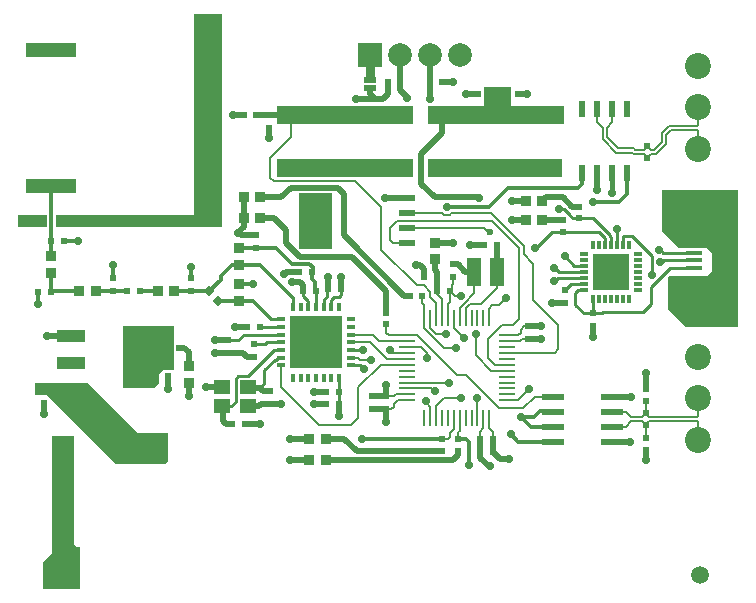
<source format=gtl>
G04*
G04 #@! TF.GenerationSoftware,Altium Limited,Altium Designer,19.1.8 (144)*
G04*
G04 Layer_Physical_Order=1*
G04 Layer_Color=255*
%FSLAX44Y44*%
%MOMM*%
G71*
G01*
G75*
%ADD10C,0.2500*%
%ADD12C,0.2000*%
%ADD17R,1.4620X0.2394*%
%ADD23R,1.9700X0.5680*%
%ADD25R,1.3970X1.1938*%
%ADD30R,0.2394X1.4620*%
%ADD36R,1.4620X0.5680*%
%ADD37R,1.2954X2.3876*%
%ADD42R,0.5680X1.4549*%
%ADD51R,4.2000X1.1500*%
%ADD52R,2.4000X3.3000*%
%ADD53R,2.4000X1.0000*%
%ADD54R,1.4000X0.4000*%
%ADD55R,0.8000X0.3000*%
%ADD56R,0.6000X0.6000*%
%ADD57R,2.1000X1.4000*%
%ADD58R,1.9000X1.7500*%
%ADD59R,1.9000X1.8000*%
%ADD60R,1.6000X2.1000*%
%ADD61R,1.0000X0.5000*%
%ADD62R,3.1500X3.1500*%
%ADD63R,0.3000X0.8000*%
%ADD64R,0.6000X0.6000*%
%ADD65R,0.8500X0.8500*%
%ADD66R,0.8500X0.8500*%
%ADD67R,4.4000X4.4000*%
%ADD68R,0.3000X0.7500*%
%ADD69R,0.7500X0.3000*%
%ADD70P,0.8485X4X270.0*%
%ADD71C,0.5000*%
%ADD72C,0.3500*%
%ADD73C,0.4000*%
%ADD74C,0.3000*%
%ADD75C,0.1500*%
%ADD76C,0.8000*%
%ADD77C,1.1000*%
%ADD78C,2.2000*%
%ADD79C,2.0000*%
%ADD80R,2.0000X2.0000*%
%ADD81C,1.5000*%
%ADD82R,1.5000X1.5000*%
%ADD83C,0.7000*%
%ADD84C,0.6000*%
G36*
X420000Y574000D02*
X464500D01*
Y558500D01*
X350000D01*
Y574000D01*
X397250D01*
Y590000D01*
X420000D01*
Y574000D01*
D02*
G37*
G36*
X337000Y558250D02*
X222000D01*
X222000Y573750D01*
X337000Y573750D01*
Y558250D01*
D02*
G37*
G36*
X463250Y513250D02*
X462750Y513750D01*
X350000D01*
Y529000D01*
X463250D01*
Y513250D01*
D02*
G37*
G36*
X337000D02*
X222000D01*
Y528750D01*
X337000D01*
Y513250D01*
D02*
G37*
G36*
X27181Y471500D02*
X2549D01*
Y481500D01*
X27181D01*
Y471500D01*
D02*
G37*
G36*
X175500Y631451D02*
Y471500D01*
X34319D01*
Y481500D01*
X151750D01*
Y631451D01*
Y651451D01*
X175500D01*
Y631451D01*
D02*
G37*
G36*
X268500Y499750D02*
Y452500D01*
X240750Y452500D01*
Y499750D01*
X268500Y499750D01*
D02*
G37*
G36*
X612500Y386250D02*
X568250D01*
X552500Y402000D01*
Y428750D01*
X553500Y429750D01*
X586000D01*
X590000Y433750D01*
X590000Y448750D01*
X585000Y453750D01*
X561250Y453750D01*
X547500Y467500D01*
Y502500D01*
X612500D01*
Y386250D01*
D02*
G37*
G36*
X134250Y350250D02*
X125500D01*
X121750Y346500D01*
Y339000D01*
X118000Y335250D01*
X91750D01*
Y387250D01*
X134250D01*
Y350250D01*
D02*
G37*
G36*
X104250Y296500D02*
X129250Y296500D01*
Y272750D01*
X126750Y270250D01*
X85750Y270250D01*
X47750Y308250D01*
X27000Y329000D01*
X16750D01*
Y339000D01*
X61750D01*
X104250Y296500D01*
D02*
G37*
G36*
X50000Y202500D02*
X52000Y200500D01*
X55000D01*
Y165250D01*
X55250Y165000D01*
X23750D01*
Y187750D01*
X31250Y195250D01*
Y294000D01*
X50000D01*
Y202500D01*
D02*
G37*
D10*
X574500Y449500D02*
X574500Y449500D01*
X549000Y449500D02*
X574500D01*
X547000Y451500D02*
X549000Y449500D01*
X545777Y441521D02*
X547228D01*
X547500Y441250D01*
X549250Y443000D01*
X575250D01*
X545500Y451500D02*
X547000D01*
X554796Y436500D02*
X575250D01*
X456250Y436250D02*
X457197D01*
X460447Y433000D02*
X481500D01*
X457197Y436250D02*
X460447Y433000D01*
X459947Y428000D02*
X481500D01*
X457197Y425250D02*
X459947Y428000D01*
X456250Y425250D02*
X457197D01*
X183250Y319500D02*
X186750Y323000D01*
X175750Y319500D02*
X183250D01*
X175500Y319750D02*
X175750Y319500D01*
X270500Y411750D02*
X274250D01*
X267750Y409000D02*
X270500Y411750D01*
X267750Y403250D02*
Y409000D01*
Y403250D02*
X267750Y403250D01*
X264500Y412750D02*
Y418250D01*
X261250Y409500D02*
X264500Y412750D01*
Y418250D02*
X265000Y418750D01*
X261250Y403250D02*
X261250Y403250D01*
X261250Y403250D02*
Y409500D01*
X538625Y420329D02*
X554796Y436500D01*
X538625Y405875D02*
Y420329D01*
X522346Y463250D02*
X539000Y446596D01*
Y430250D02*
Y446596D01*
X514500Y463000D02*
X514750Y463250D01*
X522346D01*
X471000Y423000D02*
X481500D01*
X465750Y417750D02*
X471000Y423000D01*
X489614Y478500D02*
X504000Y464114D01*
Y463053D02*
Y464114D01*
Y463053D02*
X504500Y462553D01*
X460500Y486500D02*
X464846D01*
X470173Y481173D01*
Y480577D02*
Y481173D01*
Y480577D02*
X472250Y478500D01*
X207250Y335250D02*
X211000Y339000D01*
Y349846D01*
X197355Y344969D02*
X219136Y366750D01*
X211000Y349846D02*
X219904Y358750D01*
X221000D01*
X222750Y360500D01*
X225000D01*
X219136Y366750D02*
X224750D01*
X225000Y367000D01*
X180750Y375500D02*
X189000D01*
X193500Y380000D01*
X189169Y344969D02*
X197355D01*
X186750Y323000D02*
Y342550D01*
X189169Y344969D01*
X235250Y403250D02*
Y411250D01*
X473500Y438000D02*
X481500D01*
X465250Y446250D02*
X473500Y438000D01*
X292500Y354000D02*
X295500Y351000D01*
X284500Y354000D02*
X292500D01*
X284500Y367000D02*
X295000D01*
X481500Y438000D02*
X481500Y438000D01*
X175500Y319750D02*
X176516D01*
X474250Y405500D02*
X481750Y398000D01*
X474250Y405500D02*
Y415500D01*
X476750Y418000D01*
X481500D01*
X504500Y456000D02*
Y462553D01*
X499500Y456000D02*
Y462250D01*
X494750Y467000D02*
X499500Y462250D01*
X477250Y478500D02*
X489614D01*
X463750Y467000D02*
X494750D01*
X504500Y456000D02*
X504500Y456000D01*
X440250Y453750D02*
X441500D01*
X454750Y467000D01*
X463750D01*
X514500Y456000D02*
Y463000D01*
X509500Y456000D02*
Y469750D01*
X472250Y478500D02*
X477250D01*
X497000Y398000D02*
X498000Y399000D01*
X489500Y398000D02*
X497000D01*
X498000Y399000D02*
X531750D01*
X538625Y405875D01*
X243500Y413000D02*
Y417250D01*
X243500Y417250D01*
X243500Y413000D02*
X248250Y408250D01*
Y403250D02*
Y408250D01*
X481250Y422750D02*
X481500Y423000D01*
X481750Y398000D02*
X489500D01*
Y410000D01*
X274250Y321000D02*
Y331750D01*
Y343750D01*
X276000Y413500D02*
Y418750D01*
X274250Y411750D02*
X276000Y413500D01*
X254500Y417250D02*
X254750Y417000D01*
Y403250D02*
Y417000D01*
X202000Y372000D02*
X212000D01*
X213500Y373500D01*
X225000D01*
X193500Y380000D02*
X225000D01*
X207500Y386500D02*
X225000D01*
X214500Y395500D02*
X217000Y393000D01*
X225000D01*
X189389Y408861D02*
X189501Y408749D01*
D12*
X369292Y482850D02*
X402665D01*
X368192Y481750D02*
X369292Y482850D01*
X362808Y481750D02*
X368192D01*
X361708Y482850D02*
X362808Y481750D01*
X332191Y482850D02*
X361708D01*
X402665D02*
X430750Y454765D01*
X460125Y367625D02*
Y387875D01*
X438750Y409250D02*
X460125Y387875D01*
X438750Y409250D02*
Y440000D01*
X351500Y309836D02*
Y319190D01*
X348000Y322690D02*
X351500Y319190D01*
X348000Y322690D02*
Y324043D01*
X351500Y309836D02*
X351500Y309836D01*
X332603Y338767D02*
X367768D01*
X331853Y339517D02*
X332603Y338767D01*
X225000Y335750D02*
Y354000D01*
X388975Y415283D02*
Y433500D01*
X379942Y406250D02*
X388975Y415283D01*
X379843Y406250D02*
X379942D01*
X376500Y402907D02*
X379843Y406250D01*
X376500Y394164D02*
Y402907D01*
X385599Y406250D02*
X394500D01*
X381599Y402250D02*
X385599Y406250D01*
X381500Y402250D02*
X381599D01*
X381500Y394164D02*
Y402250D01*
X440300Y327550D02*
X455862D01*
X430500Y317750D02*
X440300Y327550D01*
X409500Y317750D02*
X430500D01*
X400668Y466750D02*
X401750D01*
X397268Y470150D02*
X400668Y466750D01*
X332191Y470150D02*
X397268D01*
X354664Y332266D02*
X356017D01*
X352431Y334500D02*
X354664Y332266D01*
X331836Y334500D02*
X352431D01*
X390000Y362750D02*
Y380250D01*
Y362750D02*
X403250Y349500D01*
X290750Y360500D02*
X292500Y358750D01*
X301750D01*
X284500Y360500D02*
X290750D01*
X284500Y360500D02*
X284500Y360500D01*
X430750Y448000D02*
X438750Y440000D01*
X430750Y448000D02*
Y454765D01*
X219000Y510000D02*
X287750D01*
X216250Y512750D02*
X219000Y510000D01*
X216250Y512750D02*
Y529750D01*
X225000Y335750D02*
X257250Y303500D01*
X403250Y349500D02*
X416164D01*
X421500Y388250D02*
X426750Y393500D01*
X412164Y388250D02*
X421500D01*
X400250Y376336D02*
X412164Y388250D01*
X400250Y360500D02*
Y376336D01*
X410000Y404750D02*
X416000Y410750D01*
X400250Y360500D02*
X406250Y354500D01*
X416164D01*
X426750Y393500D02*
Y453108D01*
X403608Y476250D02*
X426750Y453108D01*
X323250Y476250D02*
X403608D01*
X429000Y376250D02*
X434500D01*
X427250Y374500D02*
X429000Y376250D01*
X416164Y374500D02*
X427250D01*
X340222Y421750D02*
X345993D01*
X310000Y451972D02*
X340222Y421750D01*
X310000Y451972D02*
Y487750D01*
X345993Y421750D02*
X351246Y416496D01*
Y412158D02*
Y416496D01*
Y412158D02*
X356500Y406904D01*
X361500Y394164D02*
Y410250D01*
X357250Y414500D02*
X361500Y410250D01*
X357250Y414500D02*
Y417000D01*
X308500Y374500D02*
X331836D01*
X303000Y380000D02*
X308500Y374500D01*
X284500Y380000D02*
X303000D01*
X314750Y359500D02*
X331836D01*
X300750Y373500D02*
X314750Y359500D01*
X284500Y373500D02*
X300750D01*
X340500Y379500D02*
X374500Y345500D01*
X381750D01*
X331836Y339500D02*
X331853Y339517D01*
X363000Y368750D02*
X373000D01*
X346500Y385250D02*
X363000Y368750D01*
X356407Y381000D02*
X365000D01*
X351500Y385907D02*
X356407Y381000D01*
X351500Y385907D02*
Y394164D01*
X371500Y385250D02*
X379750Y377000D01*
X371500Y385250D02*
Y394164D01*
X234000Y547500D02*
Y566000D01*
X216250Y529750D02*
X234000Y547500D01*
X287750Y510000D02*
X310000Y487750D01*
X370000Y422250D02*
X370500Y422750D01*
X370000Y418750D02*
Y422250D01*
X370500Y422750D02*
Y428750D01*
X368250Y417000D02*
X370000Y418750D01*
X368250Y408000D02*
Y417000D01*
X372309Y412941D02*
X376809D01*
X368250Y417000D02*
X372309Y412941D01*
X394500Y406250D02*
X408000Y419750D01*
Y433475D01*
X381500Y394164D02*
X381500Y394164D01*
X317500Y470500D02*
X323250Y476250D01*
X317500Y459750D02*
X319800Y457450D01*
X332191D01*
X317500Y459750D02*
Y470500D01*
X346500Y385250D02*
Y394164D01*
X348750Y360131D02*
Y364250D01*
X343500Y369500D02*
X348750Y364250D01*
X331836Y369500D02*
X343500D01*
X376500Y298750D02*
Y309836D01*
X375000Y297250D02*
X376500Y298750D01*
X375000Y291750D02*
Y297250D01*
X371500Y300250D02*
Y309836D01*
X368250Y297000D02*
X371500Y300250D01*
X401500Y301000D02*
X405000Y297500D01*
X401500Y301000D02*
Y309836D01*
X396500Y300750D02*
Y309836D01*
X393750Y298000D02*
X396500Y300750D01*
X393750Y292000D02*
Y298000D01*
X405000Y292250D02*
Y297500D01*
X363493Y326750D02*
X378000D01*
X391500Y309836D02*
Y326500D01*
X381750Y345500D02*
X409500Y317750D01*
X366500Y406250D02*
X368250Y408000D01*
X366500Y394164D02*
Y406250D01*
X356500Y394164D02*
Y406904D01*
X234000Y563750D02*
Y566000D01*
X404250Y404750D02*
X410000D01*
X331836Y379500D02*
X340500D01*
X290750Y309750D02*
Y335500D01*
X284500Y303500D02*
X290750Y309750D01*
X257250Y303500D02*
X284500D01*
X356646Y319903D02*
X363493Y326750D01*
X356646Y309982D02*
Y319903D01*
X401500Y402000D02*
X404250Y404750D01*
X401500Y394164D02*
Y402000D01*
X317250Y367000D02*
X319750Y364500D01*
X290750Y335500D02*
X309750Y354500D01*
X331836D01*
X416164Y364500D02*
X457000D01*
X460125Y367625D01*
X425750Y379500D02*
X428000Y381750D01*
X416164Y379500D02*
X425750D01*
Y324500D02*
X435250Y334000D01*
X416164Y324500D02*
X425750D01*
X316500Y379500D02*
X331836D01*
X346500Y394164D02*
X346500Y394164D01*
Y405000D01*
X371500Y394164D02*
X371500Y394164D01*
X356500Y309836D02*
X356646Y309982D01*
X344500Y407000D02*
X346500Y405000D01*
X319750Y364500D02*
X331836D01*
X344500Y407000D02*
Y413000D01*
X344500Y413000D02*
X344500Y413000D01*
X314250Y381750D02*
Y388750D01*
Y381750D02*
X316500Y379500D01*
X313750Y316750D02*
X318750D01*
X320500Y318500D01*
Y321000D01*
X324000Y324500D01*
X331836D01*
X313750Y327750D02*
X320500D01*
X322250Y329500D01*
X331836D01*
X331836Y329500D01*
X428000Y381750D02*
Y383750D01*
X431250Y387000D01*
X434250D01*
X434500Y387250D01*
X361750Y291750D02*
X367000D01*
X368250Y293000D01*
Y297000D01*
X404750Y292000D02*
X405000Y292250D01*
D17*
X416164Y349500D02*
D03*
Y354500D02*
D03*
Y379500D02*
D03*
Y374500D02*
D03*
Y369500D02*
D03*
Y364500D02*
D03*
Y359500D02*
D03*
Y344500D02*
D03*
Y339500D02*
D03*
Y334500D02*
D03*
Y329500D02*
D03*
Y324500D02*
D03*
X331836D02*
D03*
Y329500D02*
D03*
Y334500D02*
D03*
Y339500D02*
D03*
Y344500D02*
D03*
Y349500D02*
D03*
Y354500D02*
D03*
Y359500D02*
D03*
Y364500D02*
D03*
Y369500D02*
D03*
Y374500D02*
D03*
Y379500D02*
D03*
D23*
X505138Y302150D02*
D03*
Y314850D02*
D03*
X455862Y327550D02*
D03*
Y314850D02*
D03*
Y302150D02*
D03*
Y289450D02*
D03*
X505138D02*
D03*
Y327550D02*
D03*
D25*
X175500Y319750D02*
D03*
X197500D02*
D03*
Y335750D02*
D03*
X175500D02*
D03*
D30*
X401500Y309836D02*
D03*
X396500D02*
D03*
X391500D02*
D03*
X386500D02*
D03*
X381500D02*
D03*
X376500D02*
D03*
X371500D02*
D03*
X366500D02*
D03*
X361500D02*
D03*
X356500D02*
D03*
X351500D02*
D03*
X346500D02*
D03*
Y394164D02*
D03*
X351500D02*
D03*
X356500D02*
D03*
X361500D02*
D03*
X366500D02*
D03*
X371500D02*
D03*
X376500D02*
D03*
X381500D02*
D03*
X386500D02*
D03*
X391500D02*
D03*
X396500D02*
D03*
X401500D02*
D03*
D36*
X332191Y495550D02*
D03*
Y482850D02*
D03*
Y470150D02*
D03*
Y457450D02*
D03*
X260309D02*
D03*
Y470150D02*
D03*
Y482850D02*
D03*
Y495550D02*
D03*
D37*
X408025Y433500D02*
D03*
X388975D02*
D03*
D42*
X480200Y571213D02*
D03*
X492900D02*
D03*
X505600D02*
D03*
X518300D02*
D03*
Y516786D02*
D03*
X505600D02*
D03*
X492900D02*
D03*
X480200D02*
D03*
D51*
X30750Y620750D02*
D03*
Y506250D02*
D03*
D52*
X105750Y356000D02*
D03*
D53*
X47750Y333000D02*
D03*
Y356000D02*
D03*
Y379000D02*
D03*
D54*
X575250Y443000D02*
D03*
Y449500D02*
D03*
Y462500D02*
D03*
Y456000D02*
D03*
Y436500D02*
D03*
D55*
X481500Y433000D02*
D03*
X527500Y448000D02*
D03*
Y443000D02*
D03*
Y438000D02*
D03*
Y433000D02*
D03*
Y428000D02*
D03*
Y423000D02*
D03*
Y418000D02*
D03*
X481500D02*
D03*
Y423000D02*
D03*
Y428000D02*
D03*
Y438000D02*
D03*
Y443000D02*
D03*
Y448000D02*
D03*
D56*
X534000Y303500D02*
D03*
Y313500D02*
D03*
X129250Y344750D02*
D03*
Y355750D02*
D03*
X24500Y322000D02*
D03*
Y333000D02*
D03*
X489500Y387000D02*
D03*
Y398000D02*
D03*
X477250Y488500D02*
D03*
Y478500D02*
D03*
X463750Y477000D02*
D03*
Y467000D02*
D03*
X465750Y406750D02*
D03*
Y417750D02*
D03*
X434500Y376250D02*
D03*
Y387250D02*
D03*
X313750Y327750D02*
D03*
Y316750D02*
D03*
X302250Y327750D02*
D03*
Y316750D02*
D03*
X370500Y428750D02*
D03*
Y439750D02*
D03*
X534000Y292500D02*
D03*
Y282500D02*
D03*
X202000Y361000D02*
D03*
Y372000D02*
D03*
X180750Y364500D02*
D03*
Y375500D02*
D03*
X314250Y398750D02*
D03*
Y388750D02*
D03*
X534000Y334250D02*
D03*
Y324250D02*
D03*
X82750Y427750D02*
D03*
Y416750D02*
D03*
X149000Y427750D02*
D03*
Y416750D02*
D03*
X216000Y321500D02*
D03*
Y332500D02*
D03*
X204000Y464250D02*
D03*
Y453250D02*
D03*
X535500Y540000D02*
D03*
Y530000D02*
D03*
X361750Y281750D02*
D03*
Y291750D02*
D03*
X375000Y281750D02*
D03*
Y291750D02*
D03*
X215000Y555000D02*
D03*
Y566000D02*
D03*
D57*
X361750Y566250D02*
D03*
Y521250D02*
D03*
X451750Y566250D02*
D03*
Y521250D02*
D03*
X234000Y566000D02*
D03*
Y521000D02*
D03*
X324000Y566000D02*
D03*
Y521000D02*
D03*
D58*
X601750Y460750D02*
D03*
Y438250D02*
D03*
D59*
Y489500D02*
D03*
Y409500D02*
D03*
D60*
X576250Y480500D02*
D03*
Y418500D02*
D03*
D61*
X300500Y596000D02*
D03*
Y589000D02*
D03*
D62*
X504500Y433000D02*
D03*
D63*
X489500Y456000D02*
D03*
X494500D02*
D03*
X499500D02*
D03*
X504500D02*
D03*
X509500D02*
D03*
X514500D02*
D03*
X519500D02*
D03*
Y410000D02*
D03*
X514500D02*
D03*
X509500D02*
D03*
X504500D02*
D03*
X499500D02*
D03*
X494500D02*
D03*
X489500D02*
D03*
D64*
X326000Y594000D02*
D03*
X316000D02*
D03*
X139250Y368750D02*
D03*
X129250D02*
D03*
X361500Y593750D02*
D03*
X351500D02*
D03*
X346250Y429000D02*
D03*
X357250D02*
D03*
X368250Y417000D02*
D03*
X357250D02*
D03*
X393750Y292000D02*
D03*
X404750D02*
D03*
X393750Y280750D02*
D03*
X404750D02*
D03*
X396750Y456000D02*
D03*
X407750D02*
D03*
X196500Y386500D02*
D03*
X207500D02*
D03*
X334500Y413000D02*
D03*
X344500D02*
D03*
X95000Y416750D02*
D03*
X106000D02*
D03*
X41750Y459250D02*
D03*
X30750D02*
D03*
X19750Y416500D02*
D03*
X30750D02*
D03*
X263250Y321000D02*
D03*
X274250D02*
D03*
X263250Y331750D02*
D03*
X274250D02*
D03*
X276000Y418750D02*
D03*
X265000D02*
D03*
X195000Y304250D02*
D03*
X184000D02*
D03*
X240750Y433250D02*
D03*
X251750D02*
D03*
X243500Y417250D02*
D03*
X254500D02*
D03*
X402250Y584000D02*
D03*
X392250D02*
D03*
X203750Y566000D02*
D03*
X193750D02*
D03*
X425500Y584000D02*
D03*
X414500D02*
D03*
D65*
X147000Y339250D02*
D03*
Y353250D02*
D03*
X355501Y457999D02*
D03*
Y443999D02*
D03*
X189249Y439251D02*
D03*
Y453251D02*
D03*
X30749Y432251D02*
D03*
Y446251D02*
D03*
X189501Y422749D02*
D03*
Y408749D02*
D03*
D66*
X432250Y493250D02*
D03*
X446250D02*
D03*
Y477000D02*
D03*
X432250D02*
D03*
X68249Y416749D02*
D03*
X54249D02*
D03*
X134749D02*
D03*
X120749D02*
D03*
X207500Y496250D02*
D03*
X193500D02*
D03*
Y479000D02*
D03*
X207500D02*
D03*
X263000Y291750D02*
D03*
X249000D02*
D03*
Y274250D02*
D03*
X263000D02*
D03*
D67*
X254750Y373500D02*
D03*
D68*
X235250Y403250D02*
D03*
X241750D02*
D03*
X248250D02*
D03*
X254750D02*
D03*
X261250D02*
D03*
X267750D02*
D03*
X274250D02*
D03*
Y343750D02*
D03*
X267750D02*
D03*
X261250D02*
D03*
X254750D02*
D03*
X248250D02*
D03*
X241750D02*
D03*
X235250D02*
D03*
D69*
X284500Y393000D02*
D03*
Y386500D02*
D03*
Y380000D02*
D03*
Y373500D02*
D03*
Y367000D02*
D03*
Y360500D02*
D03*
Y354000D02*
D03*
X225000D02*
D03*
Y360500D02*
D03*
Y367000D02*
D03*
Y373500D02*
D03*
Y380000D02*
D03*
Y386500D02*
D03*
Y393000D02*
D03*
D70*
X172139Y408861D02*
D03*
X164361Y416639D02*
D03*
D71*
X493000Y502750D02*
Y516687D01*
X454250Y406750D02*
X465750D01*
X465750Y406750D01*
X381500Y584000D02*
X392250D01*
X392250Y584000D01*
X534000Y334250D02*
Y347500D01*
Y334250D02*
X534000Y334250D01*
X129250Y334000D02*
Y344750D01*
X207750Y304250D02*
X207750Y304250D01*
X195000Y304250D02*
X207750D01*
X394000Y276000D02*
Y280500D01*
Y276000D02*
X401500Y268500D01*
X393750Y280750D02*
X394000Y280500D01*
X393750Y280750D02*
Y292000D01*
X313750Y306500D02*
Y316750D01*
X313750Y316750D01*
X313750Y327750D02*
Y337750D01*
Y327750D02*
X313750Y327750D01*
X377000Y412750D02*
X377250D01*
X227500Y431750D02*
X228041D01*
X229541Y433250D01*
X240750D01*
X285250Y445750D02*
X314250Y416750D01*
X241136Y445750D02*
X285250D01*
X229500Y457386D02*
X241136Y445750D01*
X229500Y457386D02*
Y469035D01*
X392000Y496250D02*
X392750Y495500D01*
X355250Y496250D02*
X392000D01*
X343750Y507750D02*
X355250Y496250D01*
X463750Y496500D02*
X471750Y488500D01*
X449500Y496500D02*
X463750D01*
X446250Y493250D02*
X449500Y496500D01*
X351500Y579750D02*
Y593750D01*
X278500Y464250D02*
Y499000D01*
X273250Y504250D02*
X278500Y499000D01*
X233500Y504250D02*
X273250D01*
X274263Y311015D02*
Y320987D01*
X274250Y321000D02*
X274263Y320987D01*
X192750Y364500D02*
X196000Y361250D01*
X180750Y364500D02*
X192750D01*
X82750Y438750D02*
X82750Y438750D01*
X346250Y429000D02*
X346250Y429000D01*
X346250Y429000D02*
Y436000D01*
X343191Y439059D02*
X346250Y436000D01*
X339441Y439059D02*
X343191D01*
X339250Y439250D02*
X339441Y439059D01*
X355750Y434750D02*
Y443999D01*
X410750Y274750D02*
X418250D01*
X404750Y280750D02*
X410750Y274750D01*
X276000Y418750D02*
Y429000D01*
X265000Y418750D02*
Y429000D01*
Y418750D02*
X265000Y418750D01*
X278500Y464250D02*
X329750Y413000D01*
X188750Y466500D02*
X189021D01*
X191271Y464250D01*
X204000D01*
X343750Y507750D02*
Y533000D01*
X361750Y551000D01*
X376809Y412941D02*
X377000Y412750D01*
X407887Y433587D02*
X408000Y433475D01*
X385000Y456000D02*
X396750D01*
X407887Y433587D02*
Y455863D01*
X407750Y456000D02*
X407887Y455863D01*
X374750Y439750D02*
X381000Y433500D01*
X388975D01*
X388975Y433500D01*
X370500Y439750D02*
X370500Y439750D01*
X374750D01*
X371000Y458000D02*
X371000Y458000D01*
X355501Y458000D02*
X371000D01*
X355501Y457999D02*
X355501Y458000D01*
X355750Y434750D02*
X357250Y433250D01*
Y429000D02*
Y433250D01*
X188750Y466771D02*
X193500Y471521D01*
X188750Y466500D02*
Y466771D01*
X193500Y471521D02*
Y479000D01*
Y496250D01*
X207500D02*
X225500D01*
X219536Y479000D02*
X229500Y469035D01*
X207500Y479000D02*
X219536D01*
X314250Y398750D02*
Y416750D01*
Y398750D02*
X314250Y398750D01*
X329750Y413000D02*
X334500D01*
X225500Y496250D02*
X233500Y504250D01*
X232500Y291750D02*
X249000D01*
X289250Y281250D02*
X361250D01*
X278750Y291750D02*
X289250Y281250D01*
X361250D02*
X361750Y281750D01*
X263000Y291750D02*
X278750D01*
X232500Y274250D02*
X249000D01*
X375000Y278000D02*
Y281750D01*
X371250Y274250D02*
X375000Y278000D01*
X263000Y274250D02*
X371250D01*
X241250Y424500D02*
X243500Y422250D01*
Y419500D02*
Y422250D01*
Y419500D02*
X243500Y419500D01*
Y417250D02*
Y419500D01*
X234250Y424500D02*
X241250D01*
X253000Y321000D02*
X263250D01*
X253250Y331750D02*
X263250D01*
X169750Y364500D02*
X180750D01*
X169500Y375500D02*
X180750D01*
X186500Y386500D02*
X196500D01*
X326000Y586771D02*
X331750Y581021D01*
Y580750D02*
Y581021D01*
X326000Y586771D02*
Y594000D01*
X326000Y594000D02*
X326000Y594000D01*
X351500Y593750D02*
X351500Y593750D01*
X351475Y593775D02*
X351500Y593750D01*
X351475Y593775D02*
Y616725D01*
X351450Y616750D02*
X351475Y616725D01*
X326000Y594000D02*
X326025Y594025D01*
Y616725D01*
X326050Y616750D01*
X401500Y268500D02*
X401750D01*
X313500Y495500D02*
X313550Y495550D01*
X332191D01*
X534000Y273500D02*
Y282500D01*
X505188Y289500D02*
X520500D01*
X505138Y289450D02*
X505188Y289500D01*
X505188Y327500D02*
X521250D01*
X505138Y327550D02*
X505188Y327500D01*
X489500Y377750D02*
Y387000D01*
X147000Y328000D02*
Y339250D01*
X24500Y313000D02*
Y322000D01*
X27000Y379000D02*
X47750D01*
X161750Y335500D02*
X175250D01*
X175500Y335750D01*
X216250Y321250D02*
X225500D01*
X216000Y321500D02*
X216250Y321250D01*
X196000Y361250D02*
X201750D01*
X202000Y361000D01*
X210000Y332500D02*
X216000D01*
X207250Y335250D02*
X210000Y332500D01*
X216000D02*
X216000Y332500D01*
X198000Y335250D02*
X207250D01*
X313750Y327750D02*
X313750Y327750D01*
X445500Y376250D02*
X445500Y376250D01*
X434500Y376250D02*
X445500D01*
X434500Y387250D02*
X445500D01*
X184500Y566250D02*
X193500D01*
X193750Y566000D01*
X420500Y477500D02*
X431750D01*
X432250Y477000D01*
X420750Y493250D02*
X432250D01*
X288500Y579500D02*
X304750D01*
X361500Y593750D02*
X371250D01*
X425500Y584000D02*
X433750D01*
X492900Y516786D02*
X493000Y516687D01*
X450750Y522250D02*
X451750Y521250D01*
X215000Y546750D02*
Y555000D01*
X215000Y555000D01*
X311750Y579500D02*
X315750Y583500D01*
Y593750D01*
X316000Y594000D01*
X304750Y579500D02*
X311750D01*
X300500Y583750D02*
X304750Y579500D01*
X300500Y583750D02*
Y589000D01*
X361750Y551000D02*
Y566250D01*
X147000Y353250D02*
Y365250D01*
X143500Y368750D02*
X147000Y365250D01*
X139250Y368750D02*
X143500D01*
X446250Y477000D02*
X446250Y477000D01*
X463750D01*
X471750Y488500D02*
X477250D01*
X477250Y488500D01*
X234000Y566000D02*
X234000Y566000D01*
X215000Y566000D02*
X234000D01*
X203750D02*
X215000D01*
X203750Y566000D02*
X203750Y566000D01*
X357250Y417000D02*
Y429000D01*
X302250Y316750D02*
X313750D01*
X302250Y327750D02*
X302250Y327750D01*
X313750D01*
X404750Y280750D02*
Y292000D01*
X175750Y307250D02*
Y319500D01*
Y307250D02*
X178500Y304500D01*
X183750D01*
X184000Y304250D01*
X208250Y321500D02*
X216000D01*
X206250Y319500D02*
X208250Y321500D01*
X197750Y319500D02*
X206250D01*
X197500Y319750D02*
X197750Y319500D01*
D72*
X518500Y499500D02*
Y516586D01*
X511750Y492750D02*
X518500Y499500D01*
X489500Y492750D02*
X511750D01*
X382000Y291500D02*
X384500Y289000D01*
X375250Y291500D02*
X382000D01*
X375000Y291750D02*
X375250Y291500D01*
X384500Y269750D02*
Y289000D01*
X477000Y504500D02*
X480250Y507750D01*
X417250Y504500D02*
X477000D01*
X401000Y488250D02*
X417250Y504500D01*
X426150Y289350D02*
X455762D01*
X419750Y295750D02*
X426150Y289350D01*
X428750Y310000D02*
X436750Y302000D01*
X428750Y310000D02*
X439250D01*
X444250Y315000D01*
X436750Y302000D02*
X455712D01*
X455762Y289350D02*
X455862Y289450D01*
X444250Y315000D02*
X455712D01*
X455712Y302000D02*
X455862Y302150D01*
X365500Y488250D02*
X401000D01*
X293750Y291750D02*
X361750D01*
X518300Y516786D02*
X518500Y516586D01*
X480250Y507750D02*
Y516736D01*
X480200Y516786D02*
X480250Y516736D01*
X455712Y315000D02*
X455862Y314850D01*
D73*
X505500Y500000D02*
X505550Y500050D01*
Y516736D01*
X505600Y516786D01*
D74*
X149000Y427750D02*
Y437500D01*
Y427750D02*
X149000Y427750D01*
X249250Y439750D02*
X252000Y437000D01*
X234750Y439750D02*
X249250D01*
X221250Y453250D02*
X234750Y439750D01*
X188998Y439000D02*
X189248Y438750D01*
X207750D01*
X235250Y411250D01*
X82750Y427750D02*
Y438750D01*
X251750Y433250D02*
X252000Y433500D01*
Y437000D01*
X189249Y453251D02*
X189250Y453250D01*
X204000D01*
X204000Y453250D01*
X221250D01*
X41750Y459250D02*
X53250D01*
X19500Y405750D02*
X19625Y405875D01*
Y416375D01*
X19750Y416500D01*
X30750D02*
X30999Y416749D01*
X54249D01*
X30750Y416500D02*
X30750Y416500D01*
X30750Y416500D02*
Y432250D01*
X30749Y432251D02*
X30750Y432250D01*
X30749Y446251D02*
X30750Y446251D01*
Y459250D01*
X30750Y459250D01*
Y506250D01*
X183500Y439000D02*
X188998D01*
X201249Y422749D02*
X201250Y422750D01*
X189501Y422749D02*
X201249D01*
X189501Y408749D02*
X201251D01*
X214500Y395500D01*
X172139Y408861D02*
X189389D01*
X251750Y427000D02*
X254000Y424750D01*
Y417750D02*
Y424750D01*
Y417750D02*
X254500Y417250D01*
X251750Y427000D02*
Y433250D01*
X251750Y433250D02*
X251750Y433250D01*
X174250Y426528D02*
Y429750D01*
X164361Y416639D02*
X174250Y426528D01*
Y429750D02*
X183500Y439000D01*
X149000Y416750D02*
X149110Y416639D01*
X164361D01*
X134750Y416750D02*
X149000D01*
X134749Y416749D02*
X134750Y416750D01*
X120749D02*
X120749Y416749D01*
X106000Y416750D02*
X120749D01*
X106000Y416750D02*
X106000Y416750D01*
X82750Y416750D02*
X95000D01*
X82750Y416750D02*
X82750Y416750D01*
X68250Y416750D02*
X82750D01*
X68249Y416749D02*
X68250Y416750D01*
X30750Y506250D02*
X30750Y506250D01*
D75*
X578000Y557629D02*
Y572500D01*
X567850Y556750D02*
X577121D01*
X554050Y556750D02*
X567850D01*
X567850Y556750D01*
X577121D02*
X578000Y557629D01*
X533250Y537750D02*
X535500Y540000D01*
X533250Y537629D02*
Y537750D01*
X505600Y559900D02*
Y571213D01*
X510500Y537750D02*
X524250D01*
X501000Y555300D02*
X505600Y559900D01*
X501000Y547250D02*
Y555300D01*
X532371Y536750D02*
X533250Y537629D01*
X525250Y536750D02*
X532371D01*
X501000Y547250D02*
X510500Y537750D01*
X524250D02*
X525250Y536750D01*
X577121Y553250D02*
X578000Y552371D01*
X566400Y553250D02*
X577121D01*
X578000Y537500D02*
Y552371D01*
X555500Y553250D02*
X566400D01*
X566400Y553250D01*
X533250Y532250D02*
X535500Y530000D01*
X533250Y532250D02*
Y532371D01*
X497500Y545800D02*
Y555250D01*
X492900Y559850D02*
X497500Y555250D01*
Y545800D02*
X509050Y534250D01*
X492900Y559850D02*
Y571213D01*
X532371Y533250D02*
X533250Y532371D01*
X523800Y533250D02*
X532371D01*
X509050Y534250D02*
X522800D01*
X523800Y533250D01*
X547750Y543250D02*
Y550450D01*
X554050Y556750D01*
X551250Y549000D02*
X555500Y553250D01*
X541250Y536750D02*
X547750Y543250D01*
X538629Y533250D02*
X542700D01*
X551250Y541800D01*
Y549000D01*
X538629Y536750D02*
X541250D01*
X535500Y540000D02*
X537750Y537750D01*
Y537629D02*
Y537750D01*
Y537629D02*
X538629Y536750D01*
X535500Y530000D02*
X537750Y532250D01*
Y532371D01*
X538629Y533250D01*
X530871Y310250D02*
X534061Y313439D01*
X536250Y311250D01*
X534000Y313500D02*
X534061Y313439D01*
X534000Y313500D02*
Y324250D01*
X505238Y314750D02*
X517250D01*
X505138Y314850D02*
X505238Y314750D01*
X521750Y310250D02*
X530871D01*
X517250Y314750D02*
X521750Y310250D01*
X534000Y292500D02*
Y303500D01*
X531750Y305750D02*
Y305871D01*
Y305750D02*
X534000Y303500D01*
X521750Y306750D02*
X530871D01*
X531750Y305871D01*
X517000Y302000D02*
X521750Y306750D01*
X505138Y302150D02*
X505288Y302000D01*
X517000D01*
X536250Y311129D02*
Y311250D01*
Y311129D02*
X537129Y310250D01*
X557750D01*
X557750Y310250D01*
X577121D01*
X578000Y311129D01*
Y326000D01*
X534000Y303500D02*
X536250Y305750D01*
Y305871D01*
X537129Y306750D01*
X556300D01*
X556300Y306750D01*
X577121D01*
X578000Y305871D01*
Y291000D02*
Y305871D01*
D76*
X300575Y597500D02*
Y616675D01*
X300650Y616750D01*
D77*
X323750Y566250D02*
X324000Y566000D01*
D78*
X578000Y537500D02*
D03*
Y572500D02*
D03*
X578000Y291000D02*
D03*
Y326000D02*
D03*
X578000Y607500D02*
D03*
X578000Y361000D02*
D03*
D79*
X351450Y616750D02*
D03*
X326050D02*
D03*
X376850D02*
D03*
D80*
X300650D02*
D03*
D81*
X580250Y176500D02*
D03*
D82*
X40250D02*
D03*
X40650Y285750D02*
D03*
X116850D02*
D03*
D83*
X504500Y433000D02*
D03*
X494500Y443000D02*
D03*
X514500D02*
D03*
Y423000D02*
D03*
X494500D02*
D03*
X269750Y373500D02*
D03*
X254750Y388500D02*
D03*
X239750Y373500D02*
D03*
X254750Y358500D02*
D03*
X269750D02*
D03*
X239750D02*
D03*
X269750Y388500D02*
D03*
X239750D02*
D03*
X254750Y373500D02*
D03*
X493000Y502750D02*
D03*
X545777Y441521D02*
D03*
X545500Y451500D02*
D03*
X456250Y436250D02*
D03*
Y425250D02*
D03*
X454250Y406750D02*
D03*
X505500Y500000D02*
D03*
X348000Y324043D02*
D03*
X367768Y338767D02*
D03*
X381500Y584000D02*
D03*
X534000Y347500D02*
D03*
X128250Y380250D02*
D03*
X114250Y379750D02*
D03*
X99750D02*
D03*
X129250Y334000D02*
D03*
X149000Y437500D02*
D03*
X207750Y304250D02*
D03*
X384500Y269750D02*
D03*
X313750Y306500D02*
D03*
Y337750D02*
D03*
X377250Y412750D02*
D03*
X390000Y380250D02*
D03*
X356017Y332266D02*
D03*
X301750Y358750D02*
D03*
X227500Y431750D02*
D03*
X539000Y430250D02*
D03*
X351500Y579750D02*
D03*
X274263Y311015D02*
D03*
X82750Y438750D02*
D03*
X416000Y410750D02*
D03*
X339250Y439250D02*
D03*
X419750Y295750D02*
D03*
X418250Y274750D02*
D03*
X276000Y429000D02*
D03*
X265000D02*
D03*
X445500Y376250D02*
D03*
X373000Y368750D02*
D03*
X379750Y377000D02*
D03*
X303250Y521250D02*
D03*
X280750D02*
D03*
X258250Y520750D02*
D03*
X156750Y646500D02*
D03*
X406250Y520750D02*
D03*
X430000Y521000D02*
D03*
X383750Y520750D02*
D03*
X385000Y456000D02*
D03*
X371000Y458000D02*
D03*
X365000Y381000D02*
D03*
X348750Y360131D02*
D03*
X428750Y310000D02*
D03*
X391500Y326500D02*
D03*
X378000Y326750D02*
D03*
X188750Y466500D02*
D03*
X365500Y488250D02*
D03*
X232500Y291750D02*
D03*
X293750D02*
D03*
X232500Y274250D02*
D03*
X43250Y476500D02*
D03*
X21750D02*
D03*
X19500Y405750D02*
D03*
X234250Y424500D02*
D03*
X253000Y321000D02*
D03*
X253250Y331750D02*
D03*
X169750Y364500D02*
D03*
X169500Y375500D02*
D03*
X186500Y386500D02*
D03*
X465250Y446250D02*
D03*
X295500Y351000D02*
D03*
X295000Y367000D02*
D03*
X317250D02*
D03*
X401750Y268500D02*
D03*
X313500Y495500D02*
D03*
X534000Y273500D02*
D03*
X520500Y289500D02*
D03*
X521250Y327500D02*
D03*
X489500Y377750D02*
D03*
X53250Y459250D02*
D03*
X201250Y422750D02*
D03*
X147000Y328000D02*
D03*
X24500Y313000D02*
D03*
X27000Y379000D02*
D03*
X161750Y335500D02*
D03*
X225500Y321250D02*
D03*
X445500Y387250D02*
D03*
X184500Y566250D02*
D03*
X420500Y477500D02*
D03*
X420750Y493250D02*
D03*
X288500Y579500D02*
D03*
X371250Y593750D02*
D03*
X433750Y584000D02*
D03*
X215000Y546750D02*
D03*
X435250Y334000D02*
D03*
X331750Y580750D02*
D03*
X392750Y495500D02*
D03*
X460500Y486500D02*
D03*
X246250Y476250D02*
D03*
X246500Y494250D02*
D03*
Y459500D02*
D03*
X489500Y492750D02*
D03*
X440250Y453750D02*
D03*
X509500Y469750D02*
D03*
X156750Y626500D02*
D03*
Y606500D02*
D03*
Y586500D02*
D03*
Y566500D02*
D03*
Y546500D02*
D03*
Y526500D02*
D03*
Y506500D02*
D03*
Y486500D02*
D03*
X141750Y476500D02*
D03*
X121750D02*
D03*
X101750D02*
D03*
X81500D02*
D03*
X61750D02*
D03*
X6750D02*
D03*
D84*
X589500Y391500D02*
D03*
X607000Y391750D02*
D03*
X573500Y392000D02*
D03*
X556500Y485250D02*
D03*
Y498250D02*
D03*
X401750Y466750D02*
D03*
M02*

</source>
